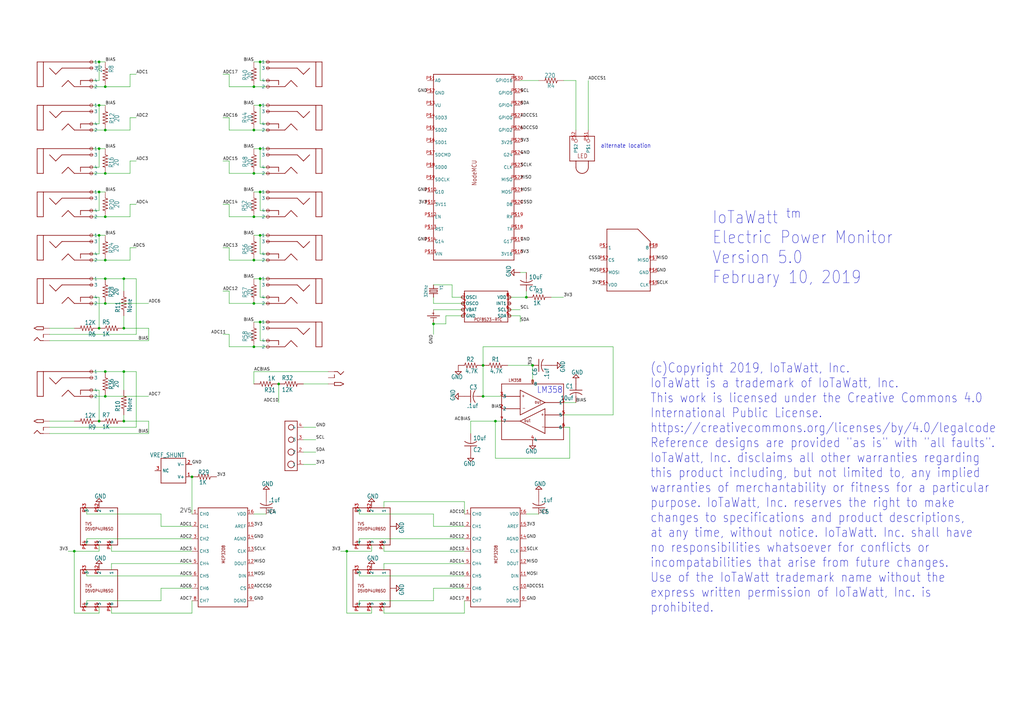
<source format=kicad_sch>
(kicad_sch (version 20230121) (generator eeschema)
  (paper "A3")
  (junction (at 50.8 152.4))
  (junction (at 40.64 96.52))
  (junction (at 43.18 53.34))
  (junction (at 30.48 226.06))
  (junction (at 203.2 172.72))
  (junction (at 43.18 162.56))
  (junction (at 198.12 149.86))
  (junction (at 43.18 124.46))
  (junction (at 106.68 114.3))
  (junction (at 50.8 114.3))
  (junction (at 43.18 71.12))
  (junction (at 104.14 124.46))
  (junction (at 104.14 35.56))
  (junction (at 104.14 106.68))
  (junction (at 40.64 172.72))
  (junction (at 142.24 226.06))
  (junction (at 40.64 43.18))
  (junction (at 78.74 195.58))
  (junction (at 104.14 142.24))
  (junction (at 43.18 106.68))
  (junction (at 40.64 60.96))
  (junction (at 40.64 25.4))
  (junction (at 198.12 162.56))
  (junction (at 50.8 134.62))
  (junction (at 43.18 35.56))
  (junction (at 106.68 25.4))
  (junction (at 106.68 78.74))
  (junction (at 104.14 53.34))
  (junction (at 104.14 71.12))
  (junction (at 104.14 88.9))
  (junction (at 43.18 152.4))
  (junction (at 106.68 96.52))
  (junction (at 177.8 132.842))
  (junction (at 43.18 114.3))
  (junction (at 40.64 78.74))
  (junction (at 106.68 60.96))
  (junction (at 114.3 157.48))
  (junction (at 50.8 172.72))
  (junction (at 106.68 132.08))
  (junction (at 106.68 43.18))
  (junction (at 43.18 88.9))
  (junction (at 218.44 149.86))
  (junction (at 215.9 121.92))
  (junction (at 40.64 134.62))
  (wire (pts (xy 106.68 50.8) (xy 106.68 43.18)) (stroke (width 0.1524)))
  (wire (pts (xy 53.34 53.34) (xy 53.34 48.26)) (stroke (width 0.1524)))
  (wire (pts (xy 233.68 175.26) (xy 233.68 187.96)) (stroke (width 0.1524)))
  (wire (pts (xy 157.48 231.14) (xy 190.5 231.14)) (stroke (width 0.1524)))
  (wire (pts (xy 50.8 134.62) (xy 60.96 134.62)) (stroke (width 0.1524)))
  (wire (pts (xy 106.68 132.08) (xy 104.14 132.08)) (stroke (width 0.1524)))
  (wire (pts (xy 147.32 248.92) (xy 147.32 246.38)) (stroke (width 0.1524)))
  (wire (pts (xy 38.1 106.68) (xy 43.18 106.68)) (stroke (width 0.1524)))
  (wire (pts (xy 53.34 66.04) (xy 55.88 66.04)) (stroke (width 0.1524)))
  (wire (pts (xy 124.46 157.48) (xy 134.62 157.48)) (stroke (width 0.1524)))
  (wire (pts (xy 124.46 185.42) (xy 129.54 185.42)) (stroke (width 0.1524)))
  (wire (pts (xy 38.1 33.02) (xy 40.64 33.02)) (stroke (width 0.1524)))
  (wire (pts (xy 38.1 104.14) (xy 40.64 104.14)) (stroke (width 0.1524)))
  (wire (pts (xy 38.1 25.4) (xy 40.64 25.4)) (stroke (width 0.1524)))
  (wire (pts (xy 177.8 121.92) (xy 177.8 124.46)) (stroke (width 0.1524)))
  (wire (pts (xy 38.1 53.34) (xy 43.18 53.34)) (stroke (width 0.1524)))
  (wire (pts (xy 50.8 119.38) (xy 50.8 114.3)) (stroke (width 0.1524)))
  (wire (pts (xy 152.4 251.46) (xy 142.24 251.46)) (stroke (width 0.1524)))
  (wire (pts (xy 106.68 121.92) (xy 106.68 114.3)) (stroke (width 0.1524)))
  (wire (pts (xy 93.98 83.82) (xy 91.44 83.82)) (stroke (width 0.1524)))
  (wire (pts (xy 35.56 210.82) (xy 66.04 210.82)) (stroke (width 0.1524)))
  (wire (pts (xy 40.64 68.58) (xy 40.64 60.96)) (stroke (width 0.1524)))
  (wire (pts (xy 38.1 60.96) (xy 40.64 60.96)) (stroke (width 0.1524)))
  (wire (pts (xy 190.5 129.54) (xy 182.88 129.54)) (stroke (width 0.1524)))
  (wire (pts (xy 35.56 248.92) (xy 35.56 246.38)) (stroke (width 0.1524)))
  (wire (pts (xy 40.64 25.4) (xy 43.18 25.4)) (stroke (width 0.1524)))
  (wire (pts (xy 50.8 114.3) (xy 43.18 114.3)) (stroke (width 0.1524)))
  (wire (pts (xy 93.98 119.38) (xy 91.44 119.38)) (stroke (width 0.1524)))
  (wire (pts (xy 147.32 208.28) (xy 147.32 210.82)) (stroke (width 0.1524)))
  (wire (pts (xy 93.98 88.9) (xy 104.14 88.9)) (stroke (width 0.1524)))
  (wire (pts (xy 208.28 121.92) (xy 215.9 121.92)) (stroke (width 0.1524)))
  (wire (pts (xy 53.34 35.56) (xy 53.34 30.48)) (stroke (width 0.1524)))
  (wire (pts (xy 198.12 142.24) (xy 251.46 142.24)) (stroke (width 0.1524)))
  (wire (pts (xy 124.46 180.34) (xy 129.54 180.34)) (stroke (width 0.1524)))
  (wire (pts (xy 198.12 149.86) (xy 198.12 162.56)) (stroke (width 0.1524)))
  (wire (pts (xy 38.1 124.46) (xy 43.18 124.46)) (stroke (width 0.1524)))
  (wire (pts (xy 177.8 132.842) (xy 177.8 137.16)) (stroke (width 0.1524)))
  (wire (pts (xy 251.46 142.24) (xy 251.46 170.18)) (stroke (width 0.1524)))
  (wire (pts (xy 55.88 152.4) (xy 50.8 152.4)) (stroke (width 0.1524)))
  (wire (pts (xy 40.64 43.18) (xy 43.18 43.18)) (stroke (width 0.1524)))
  (wire (pts (xy 109.22 139.7) (xy 106.68 139.7)) (stroke (width 0.1524)))
  (wire (pts (xy 93.98 30.48) (xy 91.44 30.48)) (stroke (width 0.1524)))
  (wire (pts (xy 93.98 48.26) (xy 91.44 48.26)) (stroke (width 0.1524)))
  (wire (pts (xy 38.1 88.9) (xy 43.18 88.9)) (stroke (width 0.1524)))
  (wire (pts (xy 177.8 215.9) (xy 190.5 215.9)) (stroke (width 0.1524)))
  (wire (pts (xy 182.88 132.842) (xy 177.8 132.842)) (stroke (width 0.1524)))
  (wire (pts (xy 147.32 233.68) (xy 147.32 236.22)) (stroke (width 0.1524)))
  (wire (pts (xy 93.98 71.12) (xy 93.98 66.04)) (stroke (width 0.1524)))
  (wire (pts (xy 38.1 78.74) (xy 40.64 78.74)) (stroke (width 0.1524)))
  (wire (pts (xy 157.48 226.06) (xy 190.5 226.06)) (stroke (width 0.1524)))
  (wire (pts (xy 30.48 226.06) (xy 30.48 251.46)) (stroke (width 0.1524)))
  (wire (pts (xy 106.68 104.14) (xy 106.68 96.52)) (stroke (width 0.1524)))
  (wire (pts (xy 157.48 233.68) (xy 157.48 231.14)) (stroke (width 0.1524)))
  (wire (pts (xy 93.98 101.6) (xy 91.44 101.6)) (stroke (width 0.1524)))
  (wire (pts (xy 177.8 241.3) (xy 190.5 241.3)) (stroke (width 0.1524)))
  (wire (pts (xy 157.48 248.92) (xy 157.48 251.46)) (stroke (width 0.1524)))
  (wire (pts (xy 109.22 68.58) (xy 106.68 68.58)) (stroke (width 0.1524)))
  (wire (pts (xy 45.72 223.52) (xy 45.72 226.06)) (stroke (width 0.1524)))
  (wire (pts (xy 35.56 223.52) (xy 35.56 220.98)) (stroke (width 0.1524)))
  (wire (pts (xy 193.04 172.72) (xy 203.2 172.72)) (stroke (width 0.1524)))
  (wire (pts (xy 55.88 175.26) (xy 55.88 152.4)) (stroke (width 0.1524)))
  (wire (pts (xy 93.98 106.68) (xy 104.14 106.68)) (stroke (width 0.1524)))
  (wire (pts (xy 40.64 104.14) (xy 40.64 96.52)) (stroke (width 0.1524)))
  (wire (pts (xy 40.64 33.02) (xy 40.64 25.4)) (stroke (width 0.1524)))
  (wire (pts (xy 177.8 246.38) (xy 177.8 241.3)) (stroke (width 0.1524)))
  (wire (pts (xy 193.04 177.8) (xy 193.04 172.72)) (stroke (width 0.1524)))
  (wire (pts (xy 66.04 215.9) (xy 78.74 215.9)) (stroke (width 0.1524)))
  (wire (pts (xy 215.9 111.76) (xy 213.36 111.76)) (stroke (width 0.1524)))
  (wire (pts (xy 20.32 175.26) (xy 55.88 175.26)) (stroke (width 0.1524)))
  (wire (pts (xy 50.8 160.02) (xy 50.8 152.4)) (stroke (width 0.1524)))
  (wire (pts (xy 241.3 33.02) (xy 241.3 53.34)) (stroke (width 0.1524)))
  (wire (pts (xy 60.96 134.62) (xy 60.96 139.7)) (stroke (width 0.1524)))
  (wire (pts (xy 231.14 165.1) (xy 236.22 165.1)) (stroke (width 0.1524)))
  (wire (pts (xy 93.98 66.04) (xy 91.44 66.04)) (stroke (width 0.1524)))
  (wire (pts (xy 55.88 114.3) (xy 50.8 114.3)) (stroke (width 0.1524)))
  (wire (pts (xy 208.28 129.54) (xy 213.36 129.54)) (stroke (width 0.1524)))
  (wire (pts (xy 213.36 33.02) (xy 220.98 33.02)) (stroke (width 0.1524)))
  (wire (pts (xy 157.48 208.28) (xy 157.48 205.74)) (stroke (width 0.1524)))
  (wire (pts (xy 53.34 83.82) (xy 55.88 83.82)) (stroke (width 0.1524)))
  (wire (pts (xy 38.1 114.3) (xy 43.18 114.3)) (stroke (width 0.1524)))
  (wire (pts (xy 109.22 43.18) (xy 106.68 43.18)) (stroke (width 0.1524)))
  (wire (pts (xy 109.22 50.8) (xy 106.68 50.8)) (stroke (width 0.1524)))
  (wire (pts (xy 55.88 137.16) (xy 55.88 114.3)) (stroke (width 0.1524)))
  (wire (pts (xy 182.88 129.54) (xy 182.88 132.842)) (stroke (width 0.1524)))
  (wire (pts (xy 142.24 251.46) (xy 142.24 226.06)) (stroke (width 0.1524)))
  (wire (pts (xy 109.22 104.14) (xy 106.68 104.14)) (stroke (width 0.1524)))
  (wire (pts (xy 231.14 175.26) (xy 233.68 175.26)) (stroke (width 0.1524)))
  (wire (pts (xy 93.98 124.46) (xy 104.14 124.46)) (stroke (width 0.1524)))
  (wire (pts (xy 38.1 43.18) (xy 40.64 43.18)) (stroke (width 0.1524)))
  (wire (pts (xy 208.28 149.86) (xy 218.44 149.86)) (stroke (width 0.1524)))
  (wire (pts (xy 109.22 33.02) (xy 106.68 33.02)) (stroke (width 0.1524)))
  (wire (pts (xy 109.22 106.68) (xy 104.14 106.68)) (stroke (width 0.1524)))
  (wire (pts (xy 60.96 172.72) (xy 60.96 177.8)) (stroke (width 0.1524)))
  (wire (pts (xy 40.64 121.92) (xy 40.64 134.62)) (stroke (width 0.1524)))
  (wire (pts (xy 43.18 53.34) (xy 53.34 53.34)) (stroke (width 0.1524)))
  (wire (pts (xy 53.34 88.9) (xy 53.34 83.82)) (stroke (width 0.1524)))
  (wire (pts (xy 134.62 152.4) (xy 104.14 152.4)) (stroke (width 0.1524)))
  (wire (pts (xy 30.48 226.06) (xy 27.94 226.06)) (stroke (width 0.1524)))
  (wire (pts (xy 66.04 246.38) (xy 66.04 241.3)) (stroke (width 0.1524)))
  (wire (pts (xy 198.12 149.86) (xy 198.12 142.24)) (stroke (width 0.1524)))
  (wire (pts (xy 53.34 106.68) (xy 53.34 101.6)) (stroke (width 0.1524)))
  (wire (pts (xy 233.68 187.96) (xy 203.2 187.96)) (stroke (width 0.1524)))
  (wire (pts (xy 203.2 187.96) (xy 203.2 172.72)) (stroke (width 0.1524)))
  (wire (pts (xy 38.1 162.56) (xy 43.18 162.56)) (stroke (width 0.1524)))
  (wire (pts (xy 38.1 68.58) (xy 40.64 68.58)) (stroke (width 0.1524)))
  (wire (pts (xy 106.68 78.74) (xy 104.14 78.74)) (stroke (width 0.1524)))
  (wire (pts (xy 208.28 127) (xy 213.36 127)) (stroke (width 0.1524)))
  (wire (pts (xy 93.98 35.56) (xy 93.98 30.48)) (stroke (width 0.1524)))
  (wire (pts (xy 40.64 223.52) (xy 40.64 226.06)) (stroke (width 0.1524)))
  (wire (pts (xy 38.1 121.92) (xy 40.64 121.92)) (stroke (width 0.1524)))
  (wire (pts (xy 45.72 226.06) (xy 78.74 226.06)) (stroke (width 0.1524)))
  (wire (pts (xy 147.32 236.22) (xy 190.5 236.22)) (stroke (width 0.1524)))
  (wire (pts (xy 40.64 60.96) (xy 43.18 60.96)) (stroke (width 0.1524)))
  (wire (pts (xy 218.44 157.48) (xy 218.44 149.86)) (stroke (width 0.1524)))
  (wire (pts (xy 43.18 124.46) (xy 60.96 124.46)) (stroke (width 0.1524)))
  (wire (pts (xy 109.22 86.36) (xy 106.68 86.36)) (stroke (width 0.1524)))
  (wire (pts (xy 213.36 129.54) (xy 213.36 132.08)) (stroke (width 0.1524)))
  (wire (pts (xy 40.64 251.46) (xy 40.64 248.92)) (stroke (width 0.1524)))
  (wire (pts (xy 147.32 210.82) (xy 177.8 210.82)) (stroke (width 0.1524)))
  (wire (pts (xy 109.22 88.9) (xy 104.14 88.9)) (stroke (width 0.1524)))
  (wire (pts (xy 35.56 233.68) (xy 35.56 236.22)) (stroke (width 0.1524)))
  (wire (pts (xy 104.14 210.82) (xy 109.22 210.82)) (stroke (width 0.1524)))
  (wire (pts (xy 226.06 121.92) (xy 231.14 121.92)) (stroke (width 0.1524)))
  (wire (pts (xy 106.68 139.7) (xy 106.68 132.08)) (stroke (width 0.1524)))
  (wire (pts (xy 177.8 210.82) (xy 177.8 215.9)) (stroke (width 0.1524)))
  (wire (pts (xy 40.64 172.72) (xy 40.64 160.02)) (stroke (width 0.1524)))
  (wire (pts (xy 152.4 226.06) (xy 142.24 226.06)) (stroke (width 0.1524)))
  (wire (pts (xy 93.98 137.16) (xy 91.44 137.16)) (stroke (width 0.1524)))
  (wire (pts (xy 190.5 205.74) (xy 190.5 210.82)) (stroke (width 0.1524)))
  (wire (pts (xy 43.18 35.56) (xy 53.34 35.56)) (stroke (width 0.1524)))
  (wire (pts (xy 45.72 233.68) (xy 45.72 231.14)) (stroke (width 0.1524)))
  (wire (pts (xy 109.22 132.08) (xy 106.68 132.08)) (stroke (width 0.1524)))
  (wire (pts (xy 35.56 220.98) (xy 78.74 220.98)) (stroke (width 0.1524)))
  (wire (pts (xy 43.18 71.12) (xy 53.34 71.12)) (stroke (width 0.1524)))
  (wire (pts (xy 38.1 86.36) (xy 40.64 86.36)) (stroke (width 0.1524)))
  (wire (pts (xy 45.72 248.92) (xy 45.72 251.46)) (stroke (width 0.1524)))
  (wire (pts (xy 66.04 241.3) (xy 78.74 241.3)) (stroke (width 0.1524)))
  (wire (pts (xy 106.68 86.36) (xy 106.68 78.74)) (stroke (width 0.1524)))
  (wire (pts (xy 38.1 152.4) (xy 43.18 152.4)) (stroke (width 0.1524)))
  (wire (pts (xy 20.32 139.7) (xy 60.96 139.7)) (stroke (width 0.1524)))
  (wire (pts (xy 38.1 96.52) (xy 40.64 96.52)) (stroke (width 0.1524)))
  (wire (pts (xy 93.98 53.34) (xy 93.98 48.26)) (stroke (width 0.1524)))
  (wire (pts (xy 109.22 96.52) (xy 106.68 96.52)) (stroke (width 0.1524)))
  (wire (pts (xy 38.1 50.8) (xy 40.64 50.8)) (stroke (width 0.1524)))
  (wire (pts (xy 35.56 246.38) (xy 66.04 246.38)) (stroke (width 0.1524)))
  (wire (pts (xy 114.3 157.48) (xy 114.3 165.1)) (stroke (width 0.1524)))
  (wire (pts (xy 40.64 78.74) (xy 43.18 78.74)) (stroke (width 0.1524)))
  (wire (pts (xy 231.14 33.02) (xy 236.22 33.02)) (stroke (width 0.1524)))
  (wire (pts (xy 53.34 48.26) (xy 55.88 48.26)) (stroke (width 0.1524)))
  (wire (pts (xy 109.22 114.3) (xy 106.68 114.3)) (stroke (width 0.1524)))
  (wire (pts (xy 157.48 251.46) (xy 190.5 251.46)) (stroke (width 0.1524)))
  (wire (pts (xy 93.98 142.24) (xy 93.98 137.16)) (stroke (width 0.1524)))
  (wire (pts (xy 50.8 172.72) (xy 50.8 170.18)) (stroke (width 0.1524)))
  (wire (pts (xy 109.22 53.34) (xy 104.14 53.34)) (stroke (width 0.1524)))
  (wire (pts (xy 109.22 60.96) (xy 106.68 60.96)) (stroke (width 0.1524)))
  (wire (pts (xy 106.68 114.3) (xy 104.14 114.3)) (stroke (width 0.1524)))
  (wire (pts (xy 106.68 96.52) (xy 104.14 96.52)) (stroke (width 0.1524)))
  (wire (pts (xy 185.42 121.92) (xy 190.5 121.92)) (stroke (width 0.1524)))
  (wire (pts (xy 45.72 231.14) (xy 78.74 231.14)) (stroke (width 0.1524)))
  (wire (pts (xy 109.22 124.46) (xy 104.14 124.46)) (stroke (width 0.1524)))
  (wire (pts (xy 93.98 35.56) (xy 104.14 35.56)) (stroke (width 0.1524)))
  (wire (pts (xy 93.98 53.34) (xy 104.14 53.34)) (stroke (width 0.1524)))
  (wire (pts (xy 40.64 226.06) (xy 30.48 226.06)) (stroke (width 0.1524)))
  (wire (pts (xy 147.32 246.38) (xy 177.8 246.38)) (stroke (width 0.1524)))
  (wire (pts (xy 93.98 88.9) (xy 93.98 83.82)) (stroke (width 0.1524)))
  (wire (pts (xy 78.74 195.58) (xy 78.74 210.82)) (stroke (width 0.1524)))
  (wire (pts (xy 147.32 223.52) (xy 147.32 220.98)) (stroke (width 0.1524)))
  (wire (pts (xy 78.74 251.46) (xy 78.74 246.38)) (stroke (width 0.1524)))
  (wire (pts (xy 40.64 160.02) (xy 38.1 160.02)) (stroke (width 0.1524)))
  (wire (pts (xy 152.4 248.92) (xy 152.4 251.46)) (stroke (width 0.1524)))
  (wire (pts (xy 177.8 127) (xy 190.5 127)) (stroke (width 0.1524)))
  (wire (pts (xy 93.98 71.12) (xy 104.14 71.12)) (stroke (width 0.1524)))
  (wire (pts (xy 20.32 134.62) (xy 30.48 134.62)) (stroke (width 0.1524)))
  (wire (pts (xy 50.8 172.72) (xy 60.96 172.72)) (stroke (width 0.1524)))
  (wire (pts (xy 124.46 190.5) (xy 129.54 190.5)) (stroke (width 0.1524)))
  (wire (pts (xy 106.68 60.96) (xy 104.14 60.96)) (stroke (width 0.1524)))
  (wire (pts (xy 215.9 119.38) (xy 215.9 121.92)) (stroke (width 0.1524)))
  (wire (pts (xy 66.04 210.82) (xy 66.04 215.9)) (stroke (width 0.1524)))
  (wire (pts (xy 147.32 220.98) (xy 190.5 220.98)) (stroke (width 0.1524)))
  (wire (pts (xy 53.34 101.6) (xy 55.88 101.6)) (stroke (width 0.1524)))
  (wire (pts (xy 185.42 116.84) (xy 185.42 121.92)) (stroke (width 0.1524)))
  (wire (pts (xy 53.34 71.12) (xy 53.34 66.04)) (stroke (width 0.1524)))
  (wire (pts (xy 30.48 251.46) (xy 40.64 251.46)) (stroke (width 0.1524)))
  (wire (pts (xy 157.48 223.52) (xy 157.48 226.06)) (stroke (width 0.1524)))
  (wire (pts (xy 43.18 162.56) (xy 60.96 162.56)) (stroke (width 0.1524)))
  (wire (pts (xy 93.98 124.46) (xy 93.98 119.38)) (stroke (width 0.1524)))
  (wire (pts (xy 38.1 71.12) (xy 43.18 71.12)) (stroke (width 0.1524)))
  (wire (pts (xy 93.98 106.68) (xy 93.98 101.6)) (stroke (width 0.1524)))
  (wire (pts (xy 190.5 251.46) (xy 190.5 246.38)) (stroke (width 0.1524)))
  (wire (pts (xy 109.22 25.4) (xy 106.68 25.4)) (stroke (width 0.1524)))
  (wire (pts (xy 152.4 223.52) (xy 152.4 226.06)) (stroke (width 0.1524)))
  (wire (pts (xy 20.32 137.16) (xy 55.88 137.16)) (stroke (width 0.1524)))
  (wire (pts (xy 93.98 142.24) (xy 104.14 142.24)) (stroke (width 0.1524)))
  (wire (pts (xy 45.72 251.46) (xy 78.74 251.46)) (stroke (width 0.1524)))
  (wire (pts (xy 142.24 226.06) (xy 139.7 226.06)) (stroke (width 0.1524)))
  (wire (pts (xy 190.5 124.46) (xy 177.8 124.46)) (stroke (width 0.1524)))
  (wire (pts (xy 251.46 170.18) (xy 231.14 170.18)) (stroke (width 0.1524)))
  (wire (pts (xy 215.9 210.82) (xy 220.98 210.82)) (stroke (width 0.1524)))
  (wire (pts (xy 106.68 43.18) (xy 104.14 43.18)) (stroke (width 0.1524)))
  (wire (pts (xy 198.12 162.56) (xy 205.74 162.56)) (stroke (width 0.1524)))
  (wire (pts (xy 38.1 35.56) (xy 43.18 35.56)) (stroke (width 0.1524)))
  (wire (pts (xy 106.68 68.58) (xy 106.68 60.96)) (stroke (width 0.1524)))
  (wire (pts (xy 40.64 86.36) (xy 40.64 78.74)) (stroke (width 0.1524)))
  (wire (pts (xy 124.46 175.26) (xy 129.54 175.26)) (stroke (width 0.1524)))
  (wire (pts (xy 106.68 25.4) (xy 104.14 25.4)) (stroke (width 0.1524)))
  (wire (pts (xy 236.22 33.02) (xy 236.22 53.34)) (stroke (width 0.1524)))
  (wire (pts (xy 109.22 142.24) (xy 104.14 142.24)) (stroke (width 0.1524)))
  (wire (pts (xy 20.32 177.8) (xy 60.96 177.8)) (stroke (width 0.1524)))
  (wire (pts (xy 109.22 35.56) (xy 104.14 35.56)) (stroke (width 0.1524)))
  (wire (pts (xy 40.64 50.8) (xy 40.64 43.18)) (stroke (width 0.1524)))
  (wire (pts (xy 203.2 172.72) (xy 205.74 172.72)) (stroke (width 0.1524)))
  (wire (pts (xy 43.18 106.68) (xy 53.34 106.68)) (stroke (width 0.1524)))
  (wire (pts (xy 106.68 33.02) (xy 106.68 25.4)) (stroke (width 0.1524)))
  (wire (pts (xy 109.22 121.92) (xy 106.68 121.92)) (stroke (width 0.1524)))
  (wire (pts (xy 35.56 236.22) (xy 78.74 236.22)) (stroke (width 0.1524)))
  (wire (pts (xy 43.18 88.9) (xy 53.34 88.9)) (stroke (width 0.1524)))
  (wire (pts (xy 50.8 152.4) (xy 43.18 152.4)) (stroke (width 0.1524)))
  (wire (pts (xy 53.34 30.48) (xy 55.88 30.48)) (stroke (width 0.1524)))
  (wire (pts (xy 109.22 78.74) (xy 106.68 78.74)) (stroke (width 0.1524)))
  (wire (pts (xy 109.22 71.12) (xy 104.14 71.12)) (stroke (width 0.1524)))
  (wire (pts (xy 50.8 129.54) (xy 50.8 134.62)) (stroke (width 0.1524)))
  (wire (pts (xy 20.32 172.72) (xy 30.48 172.72)) (stroke (width 0.1524)))
  (wire (pts (xy 40.64 96.52) (xy 43.18 96.52)) (stroke (width 0.1524)))
  (wire (pts (xy 157.48 205.74) (xy 190.5 205.74)) (stroke (width 0.1524)))
  (wire (pts (xy 35.56 208.28) (xy 35.56 210.82)) (stroke (width 0.1524)))
  (wire (pts (xy 177.8 116.84) (xy 185.42 116.84)) (stroke (width 0.1524)))
  (wire (pts (xy 104.14 157.48) (xy 104.14 152.4)) (stroke (width 0.1524)))
  (text "(c)Copyright 2019, IoTaWatt, Inc.\nIoTaWatt is a trademark of IoTaWatt, Inc.\nThis work is licensed under the Creative Commons 4.0\nInternational Public License.\nhttps://creativecommons.org/licenses/by/4.0/legalcode\nReference designs are provided \"as is\" with \"all faults\".\nIoTaWatt, Inc. disclaims all other warranties regarding\nthis product including, but not limited to, any implied\nwarranties of merchantability or fitness for a particular\npurpose. IoTaWatt, Inc. reserves the right to make\nchanges to specifications and product descriptions,\nat any time, without notice. IoTaWatt. Inc. shall have\nno responsibilities whatsoever for conflicts or\nincompatabilities that arise from future changes.\nUse of the IoTaWatt trademark name without the\nexpress written permission of IoTaWatt, Inc. is\nprohibited." (at 266.7 251.46 0) (effects (font (size 3.81 3.2385)) (justify left bottom)))
  (text "alternate location" (at 246.38 60.96 0) (effects (font (size 1.778 1.5113)) (justify left bottom)))
  (text "IoTaWatt\nElectric Power Monitor\nVersion 5.0\nFebruary 10, 2019" (at 292.1 116.84 0) (effects (font (size 5.08 4.318)) (justify left bottom)))
  (text "LM358" (at 220.218 161.544 0) (effects (font (size 2.54 2.159)) (justify left bottom)))
  (text "tm" (at 322.326 89.916 0) (effects (font (size 3.81 3.2385)) (justify left bottom)))
  (label "BIAS" (at 104.14 114.3 180) (effects (font (size 1.2446 1.2446))))
  (label "3V3" (at 109.22 210.82 0) (effects (font (size 1.2446 1.2446))))
  (label "MISO" (at 213.36 73.66 0) (effects (font (size 1.2446 1.2446))))
  (label "BIAS" (at 60.96 139.7 180) (effects (font (size 1.2446 1.2446))))
  (label "ADC3" (at 78.74 226.06 180) (effects (font (size 1.2446 1.2446))))
  (label "3V3" (at 27.94 226.06 180) (effects (font (size 1.2446 1.2446))))
  (label "ADC11" (at 190.5 215.9 180) (effects (font (size 1.2446 1.2446))))
  (label "3V3" (at 213.36 104.14 0) (effects (font (size 1.2446 1.2446))))
  (label "GND" (at 104.14 220.98 0) (effects (font (size 1.2446 1.2446))))
  (label "GND" (at 175.26 99.06 180) (effects (font (size 1.2446 1.2446))))
  (label "ADCCS1" (at 213.36 48.26 0) (effects (font (size 1.2446 1.2446))))
  (label "MOSI" (at 215.9 236.22 0) (effects (font (size 1.2446 1.2446))))
  (label "ACBIAS" (at 104.14 152.4 0) (effects (font (size 1.2446 1.2446))))
  (label "ADCCS0" (at 213.36 53.34 0) (effects (font (size 1.2446 1.2446))))
  (label "ADC7" (at 60.96 162.56 0) (effects (font (size 1.2446 1.2446))))
  (label "SCL" (at 213.36 38.1 0) (effects (font (size 1.2446 1.2446))))
  (label "BIAS" (at 104.14 43.18 180) (effects (font (size 1.2446 1.2446))))
  (label "GND" (at 215.9 246.38 0) (effects (font (size 1.2446 1.2446))))
  (label "3V3" (at 88.9 195.58 0) (effects (font (size 1.2446 1.2446))))
  (label "ADC4" (at 55.88 83.82 0) (effects (font (size 1.2446 1.2446))))
  (label "ADC5" (at 54.61 101.6 0) (effects (font (size 1.2446 1.2446))))
  (label "MOSI" (at 246.38 111.76 180) (effects (font (size 1.2446 1.2446))))
  (label "GND" (at 215.9 220.98 0) (effects (font (size 1.2446 1.2446))))
  (label "3V3" (at 139.7 226.06 180) (effects (font (size 1.2446 1.2446))))
  (label "ADC10" (at 190.5 210.82 180) (effects (font (size 1.2446 1.2446))))
  (label "MISO" (at 104.14 231.14 0) (effects (font (size 1.2446 1.2446))))
  (label "GND" (at 129.54 175.26 0) (effects (font (size 1.2446 1.2446))))
  (label "SCL" (at 129.54 180.34 0) (effects (font (size 1.2446 1.2446))))
  (label "ADC1" (at 55.88 30.48 0) (effects (font (size 1.2446 1.2446))))
  (label "3V3" (at 129.54 190.5 0) (effects (font (size 1.2446 1.2446))))
  (label "SDA" (at 213.36 132.08 0) (effects (font (size 1.2446 1.2446))))
  (label "ADCCS1" (at 241.3 33.02 0) (effects (font (size 1.2446 1.2446))))
  (label "BIAS" (at 104.14 96.52 180) (effects (font (size 1.2446 1.2446))))
  (label "GND" (at 213.36 99.06 0) (effects (font (size 1.2446 1.2446))))
  (label "GND" (at 177.8 137.16 270) (effects (font (size 1.2446 1.2446))))
  (label "MISO" (at 269.24 106.68 0) (effects (font (size 1.2446 1.2446))))
  (label "ADC13" (at 91.44 101.6 0) (effects (font (size 1.2446 1.2446))))
  (label "ADC10" (at 114.3 165.1 180) (effects (font (size 1.2446 1.2446))))
  (label "ADC13" (at 190.5 226.06 180) (effects (font (size 1.2446 1.2446))))
  (label "ADC2" (at 78.74 220.98 180) (effects (font (size 1.2446 1.2446))))
  (label "3V3" (at 220.98 210.82 0) (effects (font (size 1.2446 1.2446))))
  (label "SCLK" (at 269.24 116.84 0) (effects (font (size 1.2446 1.2446))))
  (label "BIAS" (at 43.18 43.18 0) (effects (font (size 1.2446 1.2446))))
  (label "3V3" (at 231.14 121.92 0) (effects (font (size 1.2446 1.2446))))
  (label "GND" (at 175.26 38.1 180) (effects (font (size 1.2446 1.2446))))
  (label "3V3" (at 213.36 58.42 0) (effects (font (size 1.2446 1.2446))))
  (label "ADCCS0" (at 104.14 241.3 0) (effects (font (size 1.2446 1.2446))))
  (label "BIAS" (at 104.14 25.4 180) (effects (font (size 1.2446 1.2446))))
  (label "3V3" (at 215.9 215.9 0) (effects (font (size 1.2446 1.2446))))
  (label "ADC16" (at 190.5 241.3 180) (effects (font (size 1.2446 1.2446))))
  (label "MOSI" (at 104.14 236.22 0) (effects (font (size 1.2446 1.2446))))
  (label "BIAS" (at 43.18 78.74 0) (effects (font (size 1.2446 1.2446))))
  (label "ADC17" (at 190.5 246.38 180) (effects (font (size 1.2446 1.2446))))
  (label "ADC3" (at 55.88 66.04 0) (effects (font (size 1.2446 1.2446))))
  (label "SCLK" (at 104.14 226.06 0) (effects (font (size 1.2446 1.2446))))
  (label "GND" (at 175.26 78.74 180) (effects (font (size 1.2446 1.2446))))
  (label "ACBIAS" (at 193.04 172.72 180) (effects (font (size 1.2446 1.2446))))
  (label "ADC14" (at 91.44 83.82 0) (effects (font (size 1.2446 1.2446))))
  (label "3V3" (at 218.44 149.86 90) (effects (font (size 1.2446 1.2446))))
  (label "GND" (at 104.14 246.38 0) (effects (font (size 1.2446 1.2446))))
  (label "BIAS" (at 104.14 132.08 180) (effects (font (size 1.2446 1.2446))))
  (label "ADC15" (at 190.5 236.22 180) (effects (font (size 1.2446 1.2446))))
  (label "ADC11" (at 92.71 137.16 180) (effects (font (size 1.2446 1.2446))))
  (label "ADC12" (at 91.44 119.38 0) (effects (font (size 1.2446 1.2446))))
  (label "SCL" (at 213.36 127 0) (effects (font (size 1.2446 1.2446))))
  (label "BIAS" (at 104.14 60.96 180) (effects (font (size 1.2446 1.2446))))
  (label "MISO" (at 215.9 231.14 0) (effects (font (size 1.2446 1.2446))))
  (label "SDA" (at 129.54 185.42 0) (effects (font (size 1.2446 1.2446))))
  (label "ADC12" (at 190.5 220.98 180) (effects (font (size 1.2446 1.2446))))
  (label "SDA" (at 213.36 43.18 0) (effects (font (size 1.2446 1.2446))))
  (label "ADC2" (at 55.88 48.26 0) (effects (font (size 1.2446 1.2446))))
  (label "BIAS" (at 43.18 96.52 0) (effects (font (size 1.2446 1.2446))))
  (label "ADC15" (at 91.44 66.04 0) (effects (font (size 1.2446 1.2446))))
  (label "ADC1" (at 78.74 215.9 180) (effects (font (size 1.2446 1.2446))))
  (label "GND" (at 78.74 190.5 0) (effects (font (size 1.2446 1.2446))))
  (label "BIAS" (at 236.22 165.1 0) (effects (font (size 1.2446 1.2446))))
  (label "ADC16" (at 91.44 48.26 0) (effects (font (size 1.2446 1.2446))))
  (label "ADC6" (at 60.96 124.46 0) (effects (font (size 1.2446 1.2446))))
  (label "ADC6" (at 78.74 241.3 180) (effects (font (size 1.2446 1.2446))))
  (label "CSSD" (at 246.38 106.68 180) (effects (font (size 1.2446 1.2446))))
  (label "SCLK" (at 215.9 226.06 0) (effects (font (size 1.2446 1.2446))))
  (label "BIAS" (at 43.18 60.96 0) (effects (font (size 1.2446 1.2446))))
  (label "SCLK" (at 213.36 68.58 0) (effects (font (size 1.2446 1.2446))))
  (label "ADC14" (at 190.5 231.14 180) (effects (font (size 1.2446 1.2446))))
  (label "2V5" (at 78.74 210.82 180) (effects (font (size 1.778 1.778))))
  (label "CSSD" (at 213.36 83.82 0) (effects (font (size 1.2446 1.2446))))
  (label "3V3" (at 175.26 83.82 180) (effects (font (size 1.2446 1.2446))))
  (label "MOSI" (at 213.36 78.74 0) (effects (font (size 1.2446 1.2446))))
  (label "BIAS" (at 60.96 177.8 180) (effects (font (size 1.2446 1.2446))))
  (label "ADC5" (at 78.74 236.22 180) (effects (font (size 1.2446 1.2446))))
  (label "GND" (at 213.36 63.5 0) (effects (font (size 1.2446 1.2446))))
  (label "GND" (at 269.24 111.76 0) (effects (font (size 1.2446 1.2446))))
  (label "ADC17" (at 91.44 30.48 0) (effects (font (size 1.2446 1.2446))))
  (label "BIAS" (at 205.74 167.64 180) (effects (font (size 1.2446 1.2446))))
  (label "ADC7" (at 78.74 246.38 180) (effects (font (size 1.2446 1.2446))))
  (label "BIAS" (at 43.18 25.4 0) (effects (font (size 1.2446 1.2446))))
  (label "3V3" (at 104.14 215.9 0) (effects (font (size 1.2446 1.2446))))
  (label "ADCCS1" (at 215.9 241.3 0) (effects (font (size 1.2446 1.2446))))
  (label "BIAS" (at 104.14 78.74 180) (effects (font (size 1.2446 1.2446))))
  (label "3V3" (at 246.38 116.84 180) (effects (font (size 1.2446 1.2446))))
  (label "ADC4" (at 78.74 231.14 180) (effects (font (size 1.2446 1.2446))))
  (symbol (lib_id "iotawatt-eagle-import:supply2_GND") (at 152.4 205.74 0) (mirror x) (unit 1)
    (property "Reference" "#SUPPLY7" (effects hide))
    (property "Value" "GND" (at 150.495 202.565 0) (effects (font (size 1.778 1.5113)) (justify left bottom)))
    (instances (project "iotawatt" (path "" (reference "#SUPPLY7") (unit 1))) (project "power_monitor" (path "" (reference "#SUPPLY04") (unit 1))))
  )
  (symbol (lib_id "iotawatt-eagle-import:IotaWatt_parts_TVS_4CHAN_ARRAYSC-74") (at 152.4 241.3 270) (unit 1)
    (property "Reference" "U$21" (effects hide))
    (property "Value" "TVS_4CHAN_ARRAYSC-74" (effects hide))
    (property "Footprint" "iotawatt:SC-74" (effects hide))
    (instances (project "iotawatt" (path "" (reference "U$21") (unit 1))) (project "power_monitor" (path "" (reference "U$7") (unit 1))))
  )
  (symbol (lib_id "iotawatt-eagle-import:IotaWatt_parts_STEREO_SMD") (at 33.02 33.02 0) (mirror x) (unit 1)
    (property "Reference" "J8" (effects hide))
    (property "Value" "STEREO_SMD" (effects hide))
    (property "Footprint" "iotawatt:STEREO_SMT" (effects hide))
    (instances (project "iotawatt" (path "" (reference "J8") (unit 1))) (project "power_monitor" (path "" (reference "J3") (unit 1))))
  )
  (symbol (lib_id "iotawatt-eagle-import:adafruit_R-US_R0805") (at 83.82 195.58 180) (unit 1)
    (property "Reference" "R29" (at 85.852 192.7606 0) (effects (font (size 1.778 1.5113)) (justify left bottom)))
    (property "Value" "1K" (at 84.836 196.85 0) (effects (font (size 1.778 1.5113)) (justify left bottom)))
    (property "Footprint" "iotawatt:R0805" (effects hide))
    (instances (project "iotawatt" (path "" (reference "R29") (unit 1))) (project "power_monitor" (path "" (reference "R14") (unit 1))))
  )
  (symbol (lib_id "iotawatt-eagle-import:adafruit_R-US_R0805") (at 35.56 134.62 180) (unit 1)
    (property "Reference" "R6" (at 39.37 136.1186 0) (effects (font (size 1.778 1.5113)) (justify left bottom)))
    (property "Value" "12K" (at 39.37 131.318 0) (effects (font (size 1.778 1.5113)) (justify left bottom)))
    (property "Footprint" "iotawatt:R0805" (effects hide))
    (instances (project "iotawatt" (path "" (reference "R6") (unit 1))) (project "power_monitor" (path "" (reference "R1") (unit 1))))
  )
  (symbol (lib_id "iotawatt-eagle-import:adafruit_R-US_R0805") (at 104.14 83.82 270) (unit 1)
    (property "Reference" "R52" (at 99.2886 82.042 0) (effects (font (size 1.778 1.5113)) (justify left bottom)))
    (property "Value" "20" (at 101.346 82.804 0) (effects (font (size 1.778 1.5113)) (justify left bottom)))
    (property "Footprint" "iotawatt:R0805" (effects hide))
    (instances (project "iotawatt" (path "" (reference "R52") (unit 1))) (project "power_monitor" (path "" (reference "R18") (unit 1))))
  )
  (symbol (lib_id "iotawatt-eagle-import:supply2_GND") (at 220.98 200.66 0) (mirror x) (unit 1)
    (property "Reference" "#SUPPLY14" (effects hide))
    (property "Value" "GND" (at 219.075 197.485 0) (effects (font (size 1.778 1.5113)) (justify left bottom)))
    (instances (project "iotawatt" (path "" (reference "#SUPPLY14") (unit 1))) (project "power_monitor" (path "" (reference "#SUPPLY013") (unit 1))))
  )
  (symbol (lib_id "iotawatt-eagle-import:adafruit_R-US_R0805") (at 50.8 165.1 90) (unit 1)
    (property "Reference" "R10" (at 49.3014 168.91 0) (effects (font (size 1.778 1.5113)) (justify left bottom)))
    (property "Value" "None" (at 54.102 168.91 0) (effects (font (size 1.778 1.5113)) (justify left bottom)))
    (property "Footprint" "iotawatt:R0805" (effects hide))
    (instances (project "iotawatt" (path "" (reference "R10") (unit 1))) (project "power_monitor" (path "" (reference "R13") (unit 1))))
  )
  (symbol (lib_id "iotawatt-eagle-import:adafruit_R-US_R0805") (at 104.14 66.04 270) (unit 1)
    (property "Reference" "R48" (at 99.5426 64.008 0) (effects (font (size 1.778 1.5113)) (justify left bottom)))
    (property "Value" "20" (at 101.6 65.024 0) (effects (font (size 1.778 1.5113)) (justify left bottom)))
    (property "Footprint" "iotawatt:R0805" (effects hide))
    (instances (project "iotawatt" (path "" (reference "R48") (unit 1))) (project "power_monitor" (path "" (reference "R17") (unit 1))))
  )
  (symbol (lib_id "iotawatt-eagle-import:IotaWatt_parts_PCF8523_RTC") (at 213.36 137.16 0) (unit 1)
    (property "Reference" "U$4" (effects hide))
    (property "Value" "PCF8523_RTC" (effects hide))
    (property "Footprint" "iotawatt:SOIC_8" (effects hide))
    (instances (project "iotawatt" (path "" (reference "U$4") (unit 1))) (project "power_monitor" (path "" (reference "U$11") (unit 1))))
  )
  (symbol (lib_id "iotawatt-eagle-import:adafruit_R-US_R0805") (at 43.18 83.82 270) (unit 1)
    (property "Reference" "R20" (at 44.9326 81.534 0) (effects (font (size 1.778 1.5113)) (justify left bottom)))
    (property "Value" "20" (at 46.99 82.296 0) (effects (font (size 1.778 1.5113)) (justify left bottom)))
    (property "Footprint" "iotawatt:R0805" (effects hide))
    (instances (project "iotawatt" (path "" (reference "R20") (unit 1))) (project "power_monitor" (path "" (reference "R6") (unit 1))))
  )
  (symbol (lib_id "iotawatt-eagle-import:adafruit_R-US_R0805") (at 104.14 119.38 270) (unit 1)
    (property "Reference" "R57" (at 99.5426 117.602 0) (effects (font (size 1.778 1.5113)) (justify left bottom)))
    (property "Value" "20" (at 101.6 118.364 0) (effects (font (size 1.778 1.5113)) (justify left bottom)))
    (property "Footprint" "iotawatt:R0805" (effects hide))
    (instances (project "iotawatt" (path "" (reference "R57") (unit 1))) (project "power_monitor" (path "" (reference "R20") (unit 1))))
  )
  (symbol (lib_id "iotawatt-eagle-import:IotaWatt_parts_STEREO_SMD") (at 114.3 104.14 180) (unit 1)
    (property "Reference" "J3" (effects hide))
    (property "Value" "STEREO_SMD" (effects hide))
    (property "Footprint" "iotawatt:STEREO_SMT" (effects hide))
    (instances (project "iotawatt" (path "" (reference "J3") (unit 1))) (project "power_monitor" (path "" (reference "J14") (unit 1))))
  )
  (symbol (lib_id "iotawatt-eagle-import:IotaWatt_parts_STEREO_SMD") (at 114.3 68.58 180) (unit 1)
    (property "Reference" "J5" (effects hide))
    (property "Value" "STEREO_SMD" (effects hide))
    (property "Footprint" "iotawatt:STEREO_SMT" (effects hide))
    (instances (project "iotawatt" (path "" (reference "J5") (unit 1))) (project "power_monitor" (path "" (reference "J12") (unit 1))))
  )
  (symbol (lib_id "iotawatt-eagle-import:supply2_GND") (at 162.56 241.3 90) (mirror x) (unit 1)
    (property "Reference" "#SUPPLY3" (effects hide))
    (property "Value" "GND" (at 165.735 239.395 0) (effects (font (size 1.778 1.5113)) (justify left bottom)))
    (instances (project "iotawatt" (path "" (reference "#SUPPLY3") (unit 1))) (project "power_monitor" (path "" (reference "#SUPPLY07") (unit 1))))
  )
  (symbol (lib_id "iotawatt-eagle-import:HEADER_1X4") (at 114.3 175.26 180) (unit 1)
    (property "Reference" "U$5" (effects hide))
    (property "Value" "HEADER_1X4" (effects hide))
    (property "Footprint" "iotawatt:HEADER_1X4" (effects hide))
  )
  (symbol (lib_id "iotawatt-eagle-import:adafruit_C-USC0805") (at 215.9 116.84 0) (mirror x) (unit 1)
    (property "Reference" "C7" (at 216.916 117.475 0) (effects (font (size 1.778 1.5113)) (justify left bottom)))
    (property "Value" "10uF" (at 216.916 112.649 0) (effects (font (size 1.778 1.5113)) (justify left bottom)))
    (property "Footprint" "iotawatt:C0805" (effects hide))
    (instances (project "iotawatt" (path "" (reference "C7") (unit 1))) (project "power_monitor" (path "" (reference "C4") (unit 1))))
  )
  (symbol (lib_id "iotawatt-eagle-import:adafruit_C-USC0805") (at 193.04 182.88 0) (mirror x) (unit 1)
    (property "Reference" "C2" (at 194.056 183.515 0) (effects (font (size 1.778 1.5113)) (justify left bottom)))
    (property "Value" "10uf" (at 194.056 178.689 0) (effects (font (size 1.778 1.5113)) (justify left bottom)))
    (property "Footprint" "iotawatt:C0805" (effects hide))
    (instances (project "iotawatt" (path "" (reference "C2") (unit 1))) (project "power_monitor" (path "" (reference "C3") (unit 1))))
  )
  (symbol (lib_id "iotawatt-eagle-import:adafruit_R-US_R0805") (at 35.56 172.72 180) (unit 1)
    (property "Reference" "R9" (at 39.37 174.2186 0) (effects (font (size 1.778 1.5113)) (justify left bottom)))
    (property "Value" "12K" (at 39.37 169.418 0) (effects (font (size 1.778 1.5113)) (justify left bottom)))
    (property "Footprint" "iotawatt:R0805" (effects hide))
    (instances (project "iotawatt" (path "" (reference "R9") (unit 1))) (project "power_monitor" (path "" (reference "R2") (unit 1))))
  )
  (symbol (lib_id "iotawatt-eagle-import:supply2_GND") (at 40.64 231.14 0) (mirror x) (unit 1)
    (property "Reference" "#SUPPLY5" (effects hide))
    (property "Value" "GND" (at 38.735 227.965 0) (effects (font (size 1.778 1.5113)) (justify left bottom)))
    (instances (project "iotawatt" (path "" (reference "#SUPPLY5") (unit 1))) (project "power_monitor" (path "" (reference "#SUPPLY02") (unit 1))))
  )
  (symbol (lib_id "iotawatt-eagle-import:IotaWatt_parts_STEREO_SMD") (at 33.02 160.02 0) (mirror x) (unit 1)
    (property "Reference" "J14" (effects hide))
    (property "Value" "STEREO_SMD" (effects hide))
    (property "Footprint" "iotawatt:STEREO_SMT" (effects hide))
    (instances (project "iotawatt" (path "" (reference "J14") (unit 1))) (project "power_monitor" (path "" (reference "J9") (unit 1))))
  )
  (symbol (lib_id "iotawatt-eagle-import:IotaWatt_parts_STEREO_SMD") (at 114.3 139.7 180) (unit 1)
    (property "Reference" "J1" (effects hide))
    (property "Value" "STEREO_SMD" (effects hide))
    (property "Footprint" "iotawatt:STEREO_SMT" (effects hide))
    (instances (project "iotawatt" (path "" (reference "J1") (unit 1))) (project "power_monitor" (path "" (reference "J16") (unit 1))))
  )
  (symbol (lib_id "iotawatt-eagle-import:IotaWatt_parts_TVS_4CHAN_ARRAYSC-74") (at 40.64 215.9 270) (unit 1)
    (property "Reference" "U$17" (effects hide))
    (property "Value" "TVS_4CHAN_ARRAYSC-74" (effects hide))
    (property "Footprint" "iotawatt:SC-74" (effects hide))
    (instances (project "iotawatt" (path "" (reference "U$17") (unit 1))) (project "power_monitor" (path "" (reference "U$1") (unit 1))))
  )
  (symbol (lib_id "iotawatt-eagle-import:IotaWatt_parts_LED_RT_TRH") (at 238.76 60.96 0) (unit 1)
    (property "Reference" "U$23" (effects hide))
    (property "Value" "LED_RT_TRH" (effects hide))
    (property "Footprint" "iotawatt:LED_TH_RT" (effects hide))
    (instances (project "iotawatt" (path "" (reference "U$23") (unit 1))) (project "power_monitor" (path "" (reference "U$13") (unit 1))))
  )
  (symbol (lib_id "iotawatt-eagle-import:IotaWatt_parts_MCP3208") (at 205.74 231.14 0) (unit 1)
    (property "Reference" "U$2" (effects hide))
    (property "Value" "MCP3208" (effects hide))
    (property "Footprint" "iotawatt:SOIC_16" (effects hide))
    (instances (project "iotawatt" (path "" (reference "U$2") (unit 1))) (project "power_monitor" (path "" (reference "U$10") (unit 1))))
  )
  (symbol (lib_id "iotawatt-eagle-import:adafruit_R-US_R0805") (at 119.38 157.48 0) (unit 1)
    (property "Reference" "R32" (at 115.57 155.9814 0) (effects (font (size 1.778 1.5113)) (justify left bottom)))
    (property "Value" "12K" (at 115.57 160.782 0) (effects (font (size 1.778 1.5113)) (justify left bottom)))
    (property "Footprint" "iotawatt:R0805" (effects hide))
    (instances (project "iotawatt" (path "" (reference "R32") (unit 1))) (project "power_monitor" (path "" (reference "R23") (unit 1))))
  )
  (symbol (lib_id "iotawatt-eagle-import:supply2_GND") (at 40.64 205.74 0) (mirror x) (unit 1)
    (property "Reference" "#SUPPLY4" (effects hide))
    (property "Value" "GND" (at 38.735 202.565 0) (effects (font (size 1.778 1.5113)) (justify left bottom)))
    (instances (project "iotawatt" (path "" (reference "#SUPPLY4") (unit 1))) (project "power_monitor" (path "" (reference "#SUPPLY01") (unit 1))))
  )
  (symbol (lib_id "iotawatt-eagle-import:IotaWatt_parts_STEREO_SMD") (at 114.3 33.02 180) (unit 1)
    (property "Reference" "J7" (effects hide))
    (property "Value" "STEREO_SMD" (effects hide))
    (property "Footprint" "iotawatt:STEREO_SMT" (effects hide))
    (instances (project "iotawatt" (path "" (reference "J7") (unit 1))) (project "power_monitor" (path "" (reference "J10") (unit 1))))
  )
  (symbol (lib_id "iotawatt-eagle-import:adafruit_R-US_R0805") (at 104.14 101.6 270) (unit 1)
    (property "Reference" "R56" (at 99.5426 99.822 0) (effects (font (size 1.778 1.5113)) (justify left bottom)))
    (property "Value" "20" (at 101.6 100.584 0) (effects (font (size 1.778 1.5113)) (justify left bottom)))
    (property "Footprint" "iotawatt:R0805" (effects hide))
    (instances (project "iotawatt" (path "" (reference "R56") (unit 1))) (project "power_monitor" (path "" (reference "R19") (unit 1))))
  )
  (symbol (lib_id "iotawatt-eagle-import:supply2_GND") (at 162.56 215.9 90) (mirror x) (unit 1)
    (property "Reference" "#SUPPLY2" (effects hide))
    (property "Value" "GND" (at 165.735 213.995 0) (effects (font (size 1.778 1.5113)) (justify left bottom)))
    (instances (project "iotawatt" (path "" (reference "#SUPPLY2") (unit 1))) (project "power_monitor" (path "" (reference "#SUPPLY06") (unit 1))))
  )
  (symbol (lib_id "iotawatt-eagle-import:IotaWatt_parts_STEREO_SMD") (at 33.02 50.8 0) (mirror x) (unit 1)
    (property "Reference" "J9" (effects hide))
    (property "Value" "STEREO_SMD" (effects hide))
    (property "Footprint" "iotawatt:STEREO_SMT" (effects hide))
    (instances (project "iotawatt" (path "" (reference "J9") (unit 1))) (project "power_monitor" (path "" (reference "J4") (unit 1))))
  )
  (symbol (lib_id "iotawatt-eagle-import:IotaWatt_parts_MCP3208") (at 93.98 231.14 0) (unit 1)
    (property "Reference" "U$1" (effects hide))
    (property "Value" "MCP3208" (effects hide))
    (property "Footprint" "iotawatt:SOIC_16" (effects hide))
    (instances (project "iotawatt" (path "" (reference "U$1") (unit 1))) (project "power_monitor" (path "" (reference "U$4") (unit 1))))
  )
  (symbol (lib_id "iotawatt-eagle-import:supply2_GND") (at 187.96 152.4 0) (mirror y) (unit 1)
    (property "Reference" "#SUPPLY10" (effects hide))
    (property "Value" "GND" (at 189.865 155.575 0) (effects (font (size 1.778 1.5113)) (justify left bottom)))
    (instances (project "iotawatt" (path "" (reference "#SUPPLY10") (unit 1))) (project "power_monitor" (path "" (reference "#SUPPLY08") (unit 1))))
  )
  (symbol (lib_id "iotawatt-eagle-import:adafruit_R-US_R0805") (at 43.18 48.26 270) (unit 1)
    (property "Reference" "R12" (at 44.9326 46.228 0) (effects (font (size 1.778 1.5113)) (justify left bottom)))
    (property "Value" "20" (at 46.99 46.99 0) (effects (font (size 1.778 1.5113)) (justify left bottom)))
    (property "Footprint" "iotawatt:R0805" (effects hide))
    (instances (project "iotawatt" (path "" (reference "R12") (unit 1))) (project "power_monitor" (path "" (reference "R4") (unit 1))))
  )
  (symbol (lib_id "iotawatt-eagle-import:IotaWatt_parts_NODEMCU") (at 193.04 68.58 0) (unit 1)
    (property "Reference" "U$16" (effects hide))
    (property "Value" "NODEMCU" (effects hide))
    (property "Footprint" "iotawatt:NODEMCU" (effects hide))
    (instances (project "iotawatt" (path "" (reference "U$16") (unit 1))) (project "power_monitor" (path "" (reference "U$9") (unit 1))))
  )
  (symbol (lib_id "iotawatt-eagle-import:adafruit_C-USC0805") (at 193.04 162.56 90) (mirror x) (unit 1)
    (property "Reference" "C3" (at 192.532 157.861 90) (effects (font (size 1.778 1.5113)) (justify right top)))
    (property "Value" ".1uf" (at 191.516 165.481 90) (effects (font (size 1.778 1.5113)) (justify right top)))
    (property "Footprint" "iotawatt:C0805" (effects hide))
    (instances (project "iotawatt" (path "" (reference "C3") (unit 1))) (project "power_monitor" (path "" (reference "C2") (unit 1))))
  )
  (symbol (lib_id "iotawatt-eagle-import:IotaWatt_parts_2.1MMJACKSMT") (at 15.24 175.26 0) (unit 1)
    (property "Reference" "J16" (effects hide))
    (property "Value" "2.1MMJACKSMT" (effects hide))
    (property "Footprint" "iotawatt:DCJACK_2MM_SMT" (effects hide))
    (instances (project "iotawatt" (path "" (reference "J16") (unit 1))) (project "power_monitor" (path "" (reference "J2") (unit 1))))
  )
  (symbol (lib_id "iotawatt-eagle-import:IotaWatt_parts_STEREO_SMD") (at 33.02 121.92 0) (mirror x) (unit 1)
    (property "Reference" "J13" (effects hide))
    (property "Value" "STEREO_SMD" (effects hide))
    (property "Footprint" "iotawatt:STEREO_SMT" (effects hide))
    (instances (project "iotawatt" (path "" (reference "J13") (unit 1))) (project "power_monitor" (path "" (reference "J8") (unit 1))))
  )
  (symbol (lib_id "iotawatt-eagle-import:adafruit_R-US_R0805") (at 43.18 101.6 270) (unit 1)
    (property "Reference" "R24" (at 44.6786 99.314 0) (effects (font (size 1.778 1.5113)) (justify left bottom)))
    (property "Value" "20" (at 46.736 100.33 0) (effects (font (size 1.778 1.5113)) (justify left bottom)))
    (property "Footprint" "iotawatt:R0805" (effects hide))
    (instances (project "iotawatt" (path "" (reference "R24") (unit 1))) (project "power_monitor" (path "" (reference "R7") (unit 1))))
  )
  (symbol (lib_id "iotawatt-eagle-import:supply2_GND") (at 193.04 187.96 0) (mirror y) (unit 1)
    (property "Reference" "#SUPPLY15" (effects hide))
    (property "Value" "GND" (at 194.945 191.135 0) (effects (font (size 1.778 1.5113)) (justify left bottom)))
    (instances (project "iotawatt" (path "" (reference "#SUPPLY15") (unit 1))) (project "power_monitor" (path "" (reference "#SUPPLY010") (unit 1))))
  )
  (symbol (lib_id "iotawatt-eagle-import:supply2_GND") (at 218.44 182.88 0) (mirror y) (unit 1)
    (property "Reference" "#SUPPLY9" (effects hide))
    (property "Value" "GND" (at 220.345 186.055 0) (effects (font (size 1.778 1.5113)) (justify left bottom)))
    (instances (project "iotawatt" (path "" (reference "#SUPPLY9") (unit 1))) (project "power_monitor" (path "" (reference "#SUPPLY012") (unit 1))))
  )
  (symbol (lib_id "iotawatt-eagle-import:supply2_GND") (at 228.6 149.86 90) (mirror x) (unit 1)
    (property "Reference" "#SUPPLY8" (effects hide))
    (property "Value" "GND" (at 231.775 147.955 0) (effects (font (size 1.778 1.5113)) (justify left bottom)))
    (instances (project "iotawatt" (path "" (reference "#SUPPLY8") (unit 1))) (project "power_monitor" (path "" (reference "#SUPPLY014") (unit 1))))
  )
  (symbol (lib_id "iotawatt-eagle-import:adafruit_R-US_R0805") (at 43.18 66.04 270) (unit 1)
    (property "Reference" "R16" (at 44.6786 64.262 0) (effects (font (size 1.778 1.5113)) (justify left bottom)))
    (property "Value" "20" (at 46.736 65.024 0) (effects (font (size 1.778 1.5113)) (justify left bottom)))
    (property "Footprint" "iotawatt:R0805" (effects hide))
    (instances (project "iotawatt" (path "" (reference "R16") (unit 1))) (project "power_monitor" (path "" (reference "R5") (unit 1))))
  )
  (symbol (lib_id "iotawatt-eagle-import:supply2_GND") (at 109.22 200.66 0) (mirror x) (unit 1)
    (property "Reference" "#SUPPLY13" (effects hide))
    (property "Value" "GND" (at 107.315 197.485 0) (effects (font (size 1.778 1.5113)) (justify left bottom)))
    (instances (project "iotawatt" (path "" (reference "#SUPPLY13") (unit 1))) (project "power_monitor" (path "" (reference "#SUPPLY03") (unit 1))))
  )
  (symbol (lib_id "iotawatt-eagle-import:IotaWatt_parts_STEREO_SMD") (at 33.02 68.58 0) (mirror x) (unit 1)
    (property "Reference" "J10" (effects hide))
    (property "Value" "STEREO_SMD" (effects hide))
    (property "Footprint" "iotawatt:STEREO_SMT" (effects hide))
    (instances (project "iotawatt" (path "" (reference "J10") (unit 1))) (project "power_monitor" (path "" (reference "J5") (unit 1))))
  )
  (symbol (lib_id "iotawatt-eagle-import:IotaWatt_parts_MICROSD_PUSH/PULL") (at 256.54 109.22 0) (unit 1)
    (property "Reference" "J$20" (effects hide))
    (property "Value" "MICROSD_PUSH/PULL" (effects hide))
    (property "Footprint" "iotawatt:MICROSD" (effects hide))
    (instances (project "iotawatt" (path "" (reference "J$20") (unit 1))) (project "power_monitor" (path "" (reference "J$1") (unit 1))))
  )
  (symbol (lib_id "iotawatt-eagle-import:adafruit_C-USC0805") (at 109.22 208.28 0) (mirror x) (unit 1)
    (property "Reference" "C4" (at 110.236 208.915 0) (effects (font (size 1.778 1.5113)) (justify left bottom)))
    (property "Value" ".1uf" (at 110.236 204.089 0) (effects (font (size 1.778 1.5113)) (justify left bottom)))
    (property "Footprint" "iotawatt:C0805" (effects hide))
    (instances (project "iotawatt" (path "" (reference "C4") (unit 1))) (project "power_monitor" (path "" (reference "C1") (unit 1))))
  )
  (symbol (lib_id "iotawatt-eagle-import:adafruit_R-US_R0805") (at 104.14 48.26 270) (unit 1)
    (property "Reference" "R44" (at 101.3714 50.546 0) (effects (font (size 1.778 1.5113)) (justify right top)))
    (property "Value" "20" (at 101.6 46.99 0) (effects (font (size 1.778 1.5113)) (justify left bottom)))
    (property "Footprint" "iotawatt:R0805" (effects hide))
    (instances (project "iotawatt" (path "" (reference "R44") (unit 1))) (project "power_monitor" (path "" (reference "R16") (unit 1))))
  )
  (symbol (lib_id "iotawatt-eagle-import:supply2_GND") (at 236.22 154.94 0) (mirror x) (unit 1)
    (property "Reference" "#SUPPLY1" (effects hide))
    (property "Value" "GND" (at 234.315 151.765 0) (effects (font (size 1.778 1.5113)) (justify left bottom)))
    (instances (project "iotawatt" (path "" (reference "#SUPPLY1") (unit 1))) (project "power_monitor" (path "" (reference "#SUPPLY015") (unit 1))))
  )
  (symbol (lib_id "iotawatt-eagle-import:adafruit_R-US_R0805") (at 43.18 119.38 270) (unit 1)
    (property "Reference" "R28" (at 44.6786 117.348 0) (effects (font (size 1.778 1.5113)) (justify left bottom)))
    (property "Value" "20" (at 46.736 118.11 0) (effects (font (size 1.778 1.5113)) (justify left bottom)))
    (property "Footprint" "iotawatt:R0805" (effects hide))
    (instances (project "iotawatt" (path "" (reference "R28") (unit 1))) (project "power_monitor" (path "" (reference "R8") (unit 1))))
  )
  (symbol (lib_id "iotawatt-eagle-import:IotaWatt_parts_2.1MMJACKSMT") (at 139.7 154.94 180) (unit 1)
    (property "Reference" "J0" (effects hide))
    (property "Value" "2.1MMJACKSMT" (effects hide))
    (property "Footprint" "iotawatt:DCJACK_2MM_SMT" (effects hide))
    (instances (project "iotawatt" (path "" (reference "J0") (unit 1))) (project "power_monitor" (path "" (reference "J17") (unit 1))))
  )
  (symbol (lib_id "iotawatt-eagle-import:adafruit_R-US_R0805") (at 193.04 149.86 0) (unit 1)
    (property "Reference" "R2" (at 191.262 148.3614 0) (effects (font (size 1.778 1.5113)) (justify left bottom)))
    (property "Value" "4.7K" (at 190.754 153.162 0) (effects (font (size 1.778 1.5113)) (justify left bottom)))
    (property "Footprint" "iotawatt:R0805" (effects hide))
    (instances (project "iotawatt" (path "" (reference "R2") (unit 1))) (project "power_monitor" (path "" (reference "R24") (unit 1))))
  )
  (symbol (lib_id "iotawatt-eagle-import:adafruit_R-US_R0805") (at 50.8 124.46 90) (unit 1)
    (property "Reference" "R11" (at 49.3014 128.27 0) (effects (font (size 1.778 1.5113)) (justify left bottom)))
    (property "Value" "None" (at 54.102 128.27 0) (effects (font (size 1.778 1.5113)) (justify left bottom)))
    (property "Footprint" "iotawatt:R0805" (effects hide))
    (instances (project "iotawatt" (path "" (reference "R11") (unit 1))) (project "power_monitor" (path "" (reference "R12") (unit 1))))
  )
  (symbol (lib_id "iotawatt-eagle-import:adafruit_R-US_R0805") (at 43.18 30.48 270) (unit 1)
    (property "Reference" "R8" (at 44.6786 26.67 0) (effects (font (size 1.778 1.5113)) (justify left bottom)))
    (property "Value" "20" (at 39.878 26.67 0) (effects (font (size 1.778 1.5113)) (justify left bottom)))
    (property "Footprint" "iotawatt:R0805" (effects hide))
    (instances (project "iotawatt" (path "" (reference "R8") (unit 1))) (project "power_monitor" (path "" (reference "R3") (unit 1))))
  )
  (symbol (lib_id "iotawatt-eagle-import:IotaWatt_parts_CR1220SMD") (at 177.8 129.54 270) (unit 1)
    (property "Reference" "U$18" (effects hide))
    (property "Value" "CR1220SMD" (effects hide))
    (property "Footprint" "iotawatt:CR1220SMD" (effects hide))
    (instances (project "iotawatt" (path "" (reference "U$18") (unit 1))) (project "power_monitor" (path "" (reference "U$8") (unit 1))))
  )
  (symbol (lib_id "iotawatt-eagle-import:adafruit_R-US_R0805") (at 109.22 157.48 180) (unit 1)
    (property "Reference" "R31" (at 113.03 158.9786 0) (effects (font (size 1.778 1.5113)) (justify left bottom)))
    (property "Value" "1K" (at 113.03 154.178 0) (effects (font (size 1.778 1.5113)) (justify left bottom)))
    (property "Footprint" "iotawatt:R0805" (effects hide))
    (instances (project "iotawatt" (path "" (reference "R31") (unit 1))) (project "power_monitor" (path "" (reference "R22") (unit 1))))
  )
  (symbol (lib_id "iotawatt-eagle-import:IotaWatt_parts_VREF_SHUNT") (at 66.04 177.8 180) (unit 1)
    (property "Reference" "U$3" (effects hide))
    (property "Value" "VREF_SHUNT" (at 75.692 185.674 0) (effects (font (size 1.778 1.5113)) (justify left bottom)))
    (property "Footprint" "iotawatt:SOT23_3" (effects hide))
  )
  (symbol (lib_id "iotawatt-eagle-import:adafruit_R-US_R0805") (at 226.06 33.02 180) (unit 1)
    (property "Reference" "R4" (at 227.584 34.2646 0) (effects (font (size 1.778 1.5113)) (justify left bottom)))
    (property "Value" "220" (at 227.838 29.972 0) (effects (font (size 1.778 1.5113)) (justify left bottom)))
    (property "Footprint" "iotawatt:R0805" (effects hide))
    (instances (project "iotawatt" (path "" (reference "R4") (unit 1))) (project "power_monitor" (path "" (reference "R27") (unit 1))))
  )
  (symbol (lib_id "iotawatt-eagle-import:adafruit_C-USC0805") (at 236.22 160.02 0) (mirror y) (unit 1)
    (property "Reference" "C1" (at 235.204 159.385 0) (effects (font (size 1.778 1.5113)) (justify left bottom)))
    (property "Value" "10uf" (at 235.204 164.211 0) (effects (font (size 1.778 1.5113)) (justify left bottom)))
    (property "Footprint" "iotawatt:C0805" (effects hide))
    (instances (project "iotawatt" (path "" (reference "C1") (unit 1))) (project "power_monitor" (path "" (reference "C7") (unit 1))))
  )
  (symbol (lib_id "iotawatt-eagle-import:adafruit_R-US_R0805") (at 104.14 137.16 270) (unit 1)
    (property "Reference" "R58" (at 99.5426 135.636 0) (effects (font (size 1.778 1.5113)) (justify left bottom)))
    (property "Value" "20" (at 101.6 136.144 0) (effects (font (size 1.778 1.5113)) (justify left bottom)))
    (property "Footprint" "iotawatt:R0805" (effects hide))
    (instances (project "iotawatt" (path "" (reference "R58") (unit 1))) (project "power_monitor" (path "" (reference "R21") (unit 1))))
  )
  (symbol (lib_id "iotawatt-eagle-import:IotaWatt_parts_TVS_4CHAN_ARRAYSC-74") (at 40.64 241.3 270) (unit 1)
    (property "Reference" "U$19" (effects hide))
    (property "Value" "TVS_4CHAN_ARRAYSC-74" (effects hide))
    (property "Footprint" "iotawatt:SC-74" (effects hide))
    (instances (project "iotawatt" (path "" (reference "U$19") (unit 1))) (project "power_monitor" (path "" (reference "U$2") (unit 1))))
  )
  (symbol (lib_id "iotawatt-eagle-import:adafruit_R-US_R0805") (at 43.18 157.48 270) (unit 1)
    (property "Reference" "R36" (at 44.6786 155.194 0) (effects (font (size 1.778 1.5113)) (justify left bottom)))
    (property "Value" "20" (at 46.736 155.956 0) (effects (font (size 1.778 1.5113)) (justify left bottom)))
    (property "Footprint" "iotawatt:R0805" (effects hide))
    (instances (project "iotawatt" (path "" (reference "R36") (unit 1))) (project "power_monitor" (path "" (reference "R9") (unit 1))))
  )
  (symbol (lib_id "iotawatt-eagle-import:adafruit_R-US_R0805") (at 45.72 172.72 0) (unit 1)
    (property "Reference" "R7" (at 41.91 171.2214 0) (effects (font (size 1.778 1.5113)) (justify left bottom)))
    (property "Value" "1K" (at 41.91 176.022 0) (effects (font (size 1.778 1.5113)) (justify left bottom)))
    (property "Footprint" "iotawatt:R0805" (effects hide))
    (instances (project "iotawatt" (path "" (reference "R7") (unit 1))) (project "power_monitor" (path "" (reference "R11") (unit 1))))
  )
  (symbol (lib_id "iotawatt-eagle-import:adafruit_R-US_R0805") (at 220.98 121.92 0) (unit 1)
    (property "Reference" "R3" (at 219.456 120.4214 0) (effects (font (size 1.778 1.5113)) (justify left bottom)))
    (property "Value" "1K" (at 218.694 125.222 0) (effects (font (size 1.778 1.5113)) (justify left bottom)))
    (property "Footprint" "iotawatt:R0805" (effects hide))
    (instances (project "iotawatt" (path "" (reference "R3") (unit 1))) (project "power_monitor" (path "" (reference "R26") (unit 1))))
  )
  (symbol (lib_id "iotawatt-eagle-import:adafruit_R-US_R0805") (at 104.14 30.48 270) (unit 1)
    (property "Reference" "R40" (at 99.5426 28.448 0) (effects (font (size 1.778 1.5113)) (justify left bottom)))
    (property "Value" "20" (at 101.6 29.464 0) (effects (font (size 1.778 1.5113)) (justify left bottom)))
    (property "Footprint" "iotawatt:R0805" (effects hide))
    (instances (project "iotawatt" (path "" (reference "R40") (unit 1))) (project "power_monitor" (path "" (reference "R15") (unit 1))))
  )
  (symbol (lib_id "iotawatt-eagle-import:supply2_GND") (at 152.4 231.14 0) (mirror x) (unit 1)
    (property "Reference" "#SUPPLY6" (effects hide))
    (property "Value" "GND" (at 150.495 227.965 0) (effects (font (size 1.778 1.5113)) (justify left bottom)))
    (instances (project "iotawatt" (path "" (reference "#SUPPLY6") (unit 1))) (project "power_monitor" (path "" (reference "#SUPPLY05") (unit 1))))
  )
  (symbol (lib_id "iotawatt-eagle-import:IotaWatt_parts_STEREO_SMD") (at 114.3 86.36 180) (unit 1)
    (property "Reference" "J4" (effects hide))
    (property "Value" "STEREO_SMD" (effects hide))
    (property "Footprint" "iotawatt:STEREO_SMT" (effects hide))
    (instances (project "iotawatt" (path "" (reference "J4") (unit 1))) (project "power_monitor" (path "" (reference "J13") (unit 1))))
  )
  (symbol (lib_id "iotawatt-eagle-import:adafruit_C-USC0805") (at 220.98 208.28 0) (mirror x) (unit 1)
    (property "Reference" "C5" (at 221.996 208.915 0) (effects (font (size 1.778 1.5113)) (justify left bottom)))
    (property "Value" ".1uf" (at 221.996 204.089 0) (effects (font (size 1.778 1.5113)) (justify left bottom)))
    (property "Footprint" "iotawatt:C0805" (effects hide))
    (instances (project "iotawatt" (path "" (reference "C5") (unit 1))) (project "power_monitor" (path "" (reference "C6") (unit 1))))
  )
  (symbol (lib_id "iotawatt-eagle-import:IotaWatt_parts_TVS_4CHAN_ARRAYSC-74") (at 152.4 215.9 270) (unit 1)
    (property "Reference" "U$20" (effects hide))
    (property "Value" "TVS_4CHAN_ARRAYSC-74" (effects hide))
    (property "Footprint" "iotawatt:SC-74" (effects hide))
    (instances (project "iotawatt" (path "" (reference "U$20") (unit 1))) (project "power_monitor" (path "" (reference "U$6") (unit 1))))
  )
  (symbol (lib_id "iotawatt-eagle-import:supply2_GND") (at 210.82 111.76 270) (mirror x) (unit 1)
    (property "Reference" "#SUPPLY12" (effects hide))
    (property "Value" "GND" (at 207.645 113.665 0) (effects (font (size 1.778 1.5113)) (justify left bottom)))
    (instances (project "iotawatt" (path "" (reference "#SUPPLY12") (unit 1))) (project "power_monitor" (path "" (reference "#SUPPLY011") (unit 1))))
  )
  (symbol (lib_id "iotawatt-eagle-import:adafruit_R-US_R0805") (at 203.2 149.86 0) (unit 1)
    (property "Reference" "R1" (at 201.676 148.3614 0) (effects (font (size 1.778 1.5113)) (justify left bottom)))
    (property "Value" "4.7K" (at 200.914 153.162 0) (effects (font (size 1.778 1.5113)) (justify left bottom)))
    (property "Footprint" "iotawatt:R0805" (effects hide))
    (instances (project "iotawatt" (path "" (reference "R1") (unit 1))) (project "power_monitor" (path "" (reference "R25") (unit 1))))
  )
  (symbol (lib_id "iotawatt-eagle-import:microbuilder_CRYSTAL8X3.8SMT") (at 177.8 119.38 270) (unit 1)
    (property "Reference" "Y1" (at 180.34 116.84 0) (effects (font (size 1.27 1.0795)) (justify left bottom)))
    (property "Value" "32Khz" (at 173.99 116.84 0) (effects (font (size 1.27 1.0795)) (justify left bottom)))
    (property "Footprint" "iotawatt:CRYSTAL_8X3.8" (effects hide))
  )
  (symbol (lib_id "iotawatt-eagle-import:IotaWatt_parts_STEREO_SMD") (at 33.02 86.36 0) (mirror x) (unit 1)
    (property "Reference" "J11" (effects hide))
    (property "Value" "STEREO_SMD" (effects hide))
    (property "Footprint" "iotawatt:STEREO_SMT" (effects hide))
    (instances (project "iotawatt" (path "" (reference "J11") (unit 1))) (project "power_monitor" (path "" (reference "J6") (unit 1))))
  )
  (symbol (lib_id "iotawatt-eagle-import:IotaWatt_parts_2.1MMJACKSMT") (at 15.24 137.16 0) (unit 1)
    (property "Reference" "J15" (effects hide))
    (property "Value" "2.1MMJACKSMT" (effects hide))
    (property "Footprint" "iotawatt:DCJACK_2MM_SMT" (effects hide))
    (instances (project "iotawatt" (path "" (reference "J15") (unit 1))) (project "power_monitor" (path "" (reference "J1") (unit 1))))
  )
  (symbol (lib_id "iotawatt-eagle-import:adafruit_R-US_R0805") (at 45.72 134.62 0) (unit 1)
    (property "Reference" "R5" (at 41.91 133.1214 0) (effects (font (size 1.778 1.5113)) (justify left bottom)))
    (property "Value" "1K" (at 41.91 137.922 0) (effects (font (size 1.778 1.5113)) (justify left bottom)))
    (property "Footprint" "iotawatt:R0805" (effects hide))
    (instances (project "iotawatt" (path "" (reference "R5") (unit 1))) (project "power_monitor" (path "" (reference "R10") (unit 1))))
  )
  (symbol (lib_id "iotawatt-eagle-import:IotaWatt_parts_STEREO_SMD") (at 114.3 121.92 180) (unit 1)
    (property "Reference" "J2" (effects hide))
    (property "Value" "STEREO_SMD" (effects hide))
    (property "Footprint" "iotawatt:STEREO_SMT" (effects hide))
    (instances (project "iotawatt" (path "" (reference "J2") (unit 1))) (project "power_monitor" (path "" (reference "J15") (unit 1))))
  )
  (symbol (lib_id "iotawatt-eagle-import:supply2_GND") (at 187.96 162.56 270) (mirror x) (unit 1)
    (property "Reference" "#SUPPLY11" (effects hide))
    (property "Value" "GND" (at 184.785 164.465 0) (effects (font (size 1.778 1.5113)) (justify left bottom)))
    (instances (project "iotawatt" (path "" (reference "#SUPPLY11") (unit 1))) (project "power_monitor" (path "" (reference "#SUPPLY09") (unit 1))))
  )
  (symbol (lib_id "iotawatt-eagle-import:IotaWatt_parts_STEREO_SMD") (at 33.02 104.14 0) (mirror x) (unit 1)
    (property "Reference" "J12" (effects hide))
    (property "Value" "STEREO_SMD" (effects hide))
    (property "Footprint" "iotawatt:STEREO_SMT" (effects hide))
    (instances (project "iotawatt" (path "" (reference "J12") (unit 1))) (project "power_monitor" (path "" (reference "J7") (unit 1))))
  )
  (symbol (lib_id "iotawatt-eagle-import:IotaWatt_parts_STEREO_SMD") (at 114.3 50.8 180) (unit 1)
    (property "Reference" "J6" (effects hide))
    (property "Value" "STEREO_SMD" (effects hide))
    (property "Footprint" "iotawatt:STEREO_SMT" (effects hide))
    (instances (project "iotawatt" (path "" (reference "J6") (unit 1))) (project "power_monitor" (path "" (reference "J11") (unit 1))))
  )
  (symbol (lib_id "iotawatt-eagle-import:IotaWatt_parts_LM358_DUAL_OP-AMP") (at 218.44 170.18 0) (unit 1)
    (property "Reference" "U$22" (effects hide))
    (property "Value" "LM358_DUAL_OP-AMP" (effects hide))
    (property "Footprint" "iotawatt:SOIC_8" (effects hide))
    (instances (project "iotawatt" (path "" (reference "U$22") (unit 1))) (project "power_monitor" (path "" (reference "U$12") (unit 1))))
  )
  (symbol (lib_id "iotawatt-eagle-import:adafruit_C-USC0805") (at 220.98 149.86 90) (mirror x) (unit 1)
    (property "Reference" "C6" (at 220.345 150.876 0) (effects (font (size 1.778 1.5113)) (justify left bottom)))
    (property "Value" ".1uf" (at 225.171 150.876 0) (effects (font (size 1.778 1.5113)) (justify left bottom)))
    (property "Footprint" "iotawatt:C0805" (effects hide))
    (instances (project "iotawatt" (path "" (reference "C6") (unit 1))) (project "power_monitor" (path "" (reference "C5") (unit 1))))
  )
)
</source>
